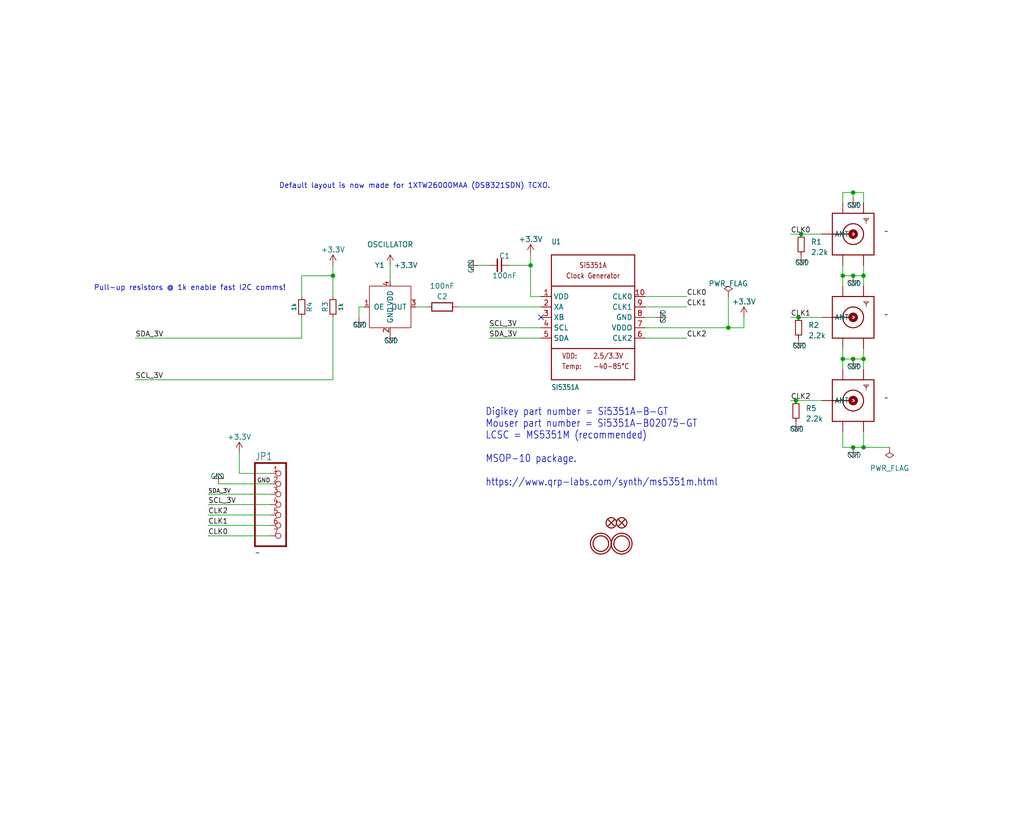
<source format=kicad_sch>
(kicad_sch (version 20230121) (generator eeschema)
  (paper "User" 250.012 200)
  (title_block (date "2023-07-29") (rev "v3.01"))
  (lib_symbols
    (symbol "Adafruit Si5351A-eagle-import:FIDUCIAL{dblquote}{dblquote}"
      (symbol "FIDUCIAL{dblquote}{dblquote}_1_0"
        (polyline (pts (xy -0.762 0.762) (xy 0.762 -0.762)) (stroke (width 0.254)))
        (polyline (pts (xy 0.762 0.762) (xy -0.762 -0.762)) (stroke (width 0.254)))
        (circle (center 0 0) (radius 1.27) (stroke (width 0.254)))
      )
    )
    (symbol "Adafruit Si5351A-eagle-import:HEADER-1X7THICKER"
      (property "Reference" "JP" (at -6.35 10.795 0))
      (symbol "HEADER-1X7THICKER_1_0"
        (polyline (pts (xy -6.35 -10.16) (xy 1.27 -10.16)) (stroke (width 0.4064)))
        (polyline (pts (xy -6.35 10.16) (xy -6.35 -10.16)) (stroke (width 0.4064)))
        (polyline (pts (xy 1.27 -10.16) (xy 1.27 10.16)) (stroke (width 0.4064)))
        (polyline (pts (xy 1.27 10.16) (xy -6.35 10.16)) (stroke (width 0.4064)))
        (pin passive inverted (at -2.54 7.62 0) (length 2.54) (name "1") (number "1"))
        (pin passive inverted (at -2.54 5.08 0) (length 2.54) (name "2") (number "2"))
        (pin passive inverted (at -2.54 2.54 0) (length 2.54) (name "3") (number "3"))
        (pin passive inverted (at -2.54 0 0) (length 2.54) (name "4") (number "4"))
        (pin passive inverted (at -2.54 -2.54 0) (length 2.54) (name "5") (number "5"))
        (pin passive inverted (at -2.54 -5.08 0) (length 2.54) (name "6") (number "6"))
        (pin passive inverted (at -2.54 -7.62 0) (length 2.54) (name "7") (number "7"))
      )
    )
    (symbol "Adafruit Si5351A-eagle-import:MOUNTINGHOLE2.5"
      (symbol "MOUNTINGHOLE2.5_1_0"
        (circle (center 0 0) (radius 1.905) (stroke (width 0.254)))
        (circle (center 0 0) (radius 2.54) (stroke (width 0.254)))
      )
    )
    (symbol "Adafruit Si5351A-eagle-import:SI5351A"
      (property "Reference" "U" (at -10.16 17.78 0))
      (symbol "SI5351A_1_0"
        (polyline (pts (xy -10.16 -15.24) (xy 10.16 -15.24)) (stroke (width 0.254)))
        (polyline (pts (xy -10.16 -7.62) (xy -10.16 -15.24)) (stroke (width 0.254)))
        (polyline (pts (xy -10.16 -7.62) (xy -10.16 7.62)) (stroke (width 0.254)))
        (polyline (pts (xy -10.16 7.62) (xy -10.16 15.24)) (stroke (width 0.254)))
        (polyline (pts (xy -10.16 7.62) (xy 10.16 7.62)) (stroke (width 0.254)))
        (polyline (pts (xy -10.16 15.24) (xy 10.16 15.24)) (stroke (width 0.254)))
        (polyline (pts (xy 10.16 -15.24) (xy 10.16 -7.62)) (stroke (width 0.254)))
        (polyline (pts (xy 10.16 -7.62) (xy -10.16 -7.62)) (stroke (width 0.254)))
        (polyline (pts (xy 10.16 7.62) (xy 10.16 -7.62)) (stroke (width 0.254)))
        (polyline (pts (xy 10.16 15.24) (xy 10.16 7.62)) (stroke (width 0.254)))
        (text "-40-85°C" (at 0 -12.7 0) (effects (font (size 1.27 1.0795)) (justify left bottom)))
        (text "2.5/3.3V" (at 0 -10.16 0) (effects (font (size 1.27 1.0795)) (justify left bottom)))
        (text "Clock Generator" (at 0 10.16 0) (effects (font (size 1.27 1.0795))))
        (text "Si5351A" (at 0 12.7 0) (effects (font (size 1.27 1.0795))))
        (text "Temp:" (at -7.62 -12.7 0) (effects (font (size 1.27 1.0795)) (justify left bottom)))
        (text "VDD:" (at -7.62 -10.16 0) (effects (font (size 1.27 1.0795)) (justify left bottom)))
        (pin power_in line (at -12.7 5.08 0) (length 2.54) (name "VDD") (number "1"))
        (pin output line (at 12.7 5.08 180) (length 2.54) (name "CLK0") (number "10"))
        (pin input line (at -12.7 2.54 0) (length 2.54) (name "XA") (number "2"))
        (pin input line (at -12.7 0 0) (length 2.54) (name "XB") (number "3"))
        (pin input line (at -12.7 -2.54 0) (length 2.54) (name "SCL") (number "4"))
        (pin bidirectional line (at -12.7 -5.08 0) (length 2.54) (name "SDA") (number "5"))
        (pin output line (at 12.7 -5.08 180) (length 2.54) (name "CLK2") (number "6"))
        (pin power_in line (at 12.7 -2.54 180) (length 2.54) (name "VDDO") (number "7"))
        (pin power_in line (at 12.7 0 180) (length 2.54) (name "GND") (number "8"))
        (pin output line (at 12.7 2.54 180) (length 2.54) (name "CLK1") (number "9"))
      )
    )
    (symbol "Adafruit Si5351A-eagle-import:SMACONNECTOR_EDGE"
      (property "Reference" "X" (at 7.62 2.54 0))
      (symbol "SMACONNECTOR_EDGE_1_0"
        (polyline (pts (xy -5.08 -5.08) (xy -5.08 0)) (stroke (width 0.254)))
        (polyline (pts (xy -5.08 0) (xy -5.08 5.08)) (stroke (width 0.254)))
        (polyline (pts (xy -5.08 0) (xy 0 0)) (stroke (width 0.254)))
        (polyline (pts (xy -5.08 5.08) (xy 5.08 5.08)) (stroke (width 0.254)))
        (polyline (pts (xy 2.54 3.81) (xy 3.175 3.81)) (stroke (width 0.127)))
        (polyline (pts (xy 3.175 3.175) (xy 2.54 3.81)) (stroke (width 0.127)))
        (polyline (pts (xy 3.175 3.81) (xy 3.175 2.54)) (stroke (width 0.127)))
        (polyline (pts (xy 3.175 3.81) (xy 3.81 3.81)) (stroke (width 0.127)))
        (polyline (pts (xy 3.81 3.81) (xy 3.175 3.175)) (stroke (width 0.127)))
        (polyline (pts (xy 5.08 -5.08) (xy -5.08 -5.08)) (stroke (width 0.254)))
        (polyline (pts (xy 5.08 5.08) (xy 5.08 -5.08)) (stroke (width 0.254)))
        (circle (center 0 0) (radius 0.3592) (stroke (width 0.8128)))
        (circle (center 0 0) (radius 2.54) (stroke (width 0.254)))
        (pin power_in line (at 2.54 -7.62 90) (length 2.54) (name "GND4") (number "GND@1"))
        (pin power_in line (at -2.54 -7.62 90) (length 2.54) (name "GND3") (number "GND@2"))
        (pin power_in line (at 2.54 7.62 270) (length 2.54) (name "GND2") (number "GND@3"))
        (pin power_in line (at -2.54 7.62 270) (length 2.54) (name "GND1") (number "GND@4"))
        (pin bidirectional line (at -7.62 0 0) (length 2.54) (name "ANT") (number "P"))
      )
    )
    (symbol "Device:C_Small" (pin_numbers hide) (pin_names (offset 0.254) hide)
      (property "Reference" "C" (at 0.254 1.778 0))
      (property "Value" "C_Small" (at 0.254 -2.032 0))
      (symbol "C_Small_0_1"
        (polyline (pts (xy -1.524 -0.508) (xy 1.524 -0.508)) (stroke (width 0.3302)))
        (polyline (pts (xy -1.524 0.508) (xy 1.524 0.508)) (stroke (width 0.3048)))
      )
      (symbol "C_Small_1_1"
        (pin passive line (at 0 2.54 270) (length 2.032) (name "~") (number "1"))
        (pin passive line (at 0 -2.54 90) (length 2.032) (name "~") (number "2"))
      )
    )
    (symbol "Device:R" (pin_numbers hide) (pin_names (offset 0))
      (property "Reference" "R" (at 2.032 0 90))
      (property "Value" "R" (at 0 0 90))
      (symbol "R_0_1"
        (rectangle (start -1.016 -2.54) (end 1.016 2.54) (stroke (width 0.254)))
      )
      (symbol "R_1_1"
        (pin passive line (at 0 3.81 270) (length 1.27) (name "~") (number "1"))
        (pin passive line (at 0 -3.81 90) (length 1.27) (name "~") (number "2"))
      )
    )
    (symbol "Device:R_Small" (pin_numbers hide) (pin_names (offset 0.254) hide)
      (property "Reference" "R" (at 0.762 0.508 0))
      (property "Value" "R_Small" (at 0.762 -1.016 0))
      (symbol "R_Small_0_1"
        (rectangle (start -0.762 1.778) (end 0.762 -1.778) (stroke (width 0.2032)))
      )
      (symbol "R_Small_1_1"
        (pin passive line (at 0 2.54 270) (length 0.762) (name "~") (number "1"))
        (pin passive line (at 0 -2.54 90) (length 0.762) (name "~") (number "2"))
      )
    )
    (symbol "EtherkitKicadLibrary:OSCILLATOR" (pin_names (offset 1.016))
      (property "Reference" "U" (at -12.192 8.509 0))
      (property "Value" "OSCILLATOR" (at -7.747 6.477 0))
      (symbol "OSCILLATOR_0_1"
        (rectangle (start -5.08 5.08) (end 5.08 -5.08))
      )
      (symbol "OSCILLATOR_1_1"
        (pin passive line (at -6.35 0 0) (length 1.27) (name "OE") (number "1"))
        (pin passive line (at 0 -6.35 90) (length 1.27) (name "GND") (number "2"))
        (pin passive line (at 6.35 0 180) (length 1.27) (name "OUT") (number "3"))
        (pin passive line (at 0 6.35 270) (length 1.27) (name "VDD") (number "4"))
      )
    )
    (symbol "power:+3.3V" (power) (pin_names (offset 0))
      (property "Value" "+3.3V" (at 0 3.556 0))
      (symbol "+3.3V_0_1"
        (polyline (pts (xy -0.762 1.27) (xy 0 2.54)))
        (polyline (pts (xy 0 0) (xy 0 2.54)))
        (polyline (pts (xy 0 2.54) (xy 0.762 1.27)))
      )
      (symbol "+3.3V_1_1"
        (pin power_in line (at 0 0 90) (length 0) hide (name "+3.3V") (number "1"))
      )
    )
    (symbol "power:GND" (power) (pin_names (offset 0))
      (property "Value" "GND" (at 0 -3.81 0))
      (symbol "GND_0_1"
        (polyline (pts (xy 0 0) (xy 0 -1.27) (xy 1.27 -1.27) (xy 0 -2.54) (xy -1.27 -1.27) (xy 0 -1.27)))
      )
      (symbol "GND_1_1"
        (pin power_in line (at 0 0 270) (length 0) hide (name "GND") (number "1"))
      )
    )
    (symbol "power:PWR_FLAG" (power) (pin_numbers hide) (pin_names (offset 0) hide)
      (property "Value" "PWR_FLAG" (at 0 3.81 0))
      (symbol "PWR_FLAG_0_0"
        (pin power_out line (at 0 0 90) (length 0) (name "pwr") (number "1"))
      )
      (symbol "PWR_FLAG_0_1"
        (polyline (pts (xy 0 0) (xy 0 1.27) (xy -1.016 1.905) (xy 0 2.54) (xy 1.016 1.905) (xy 0 1.27)))
      )
    )
  )
  (junction (at 208.28 46.99))
  (junction (at 210.82 67.31))
  (junction (at 208.28 67.31))
  (junction (at 208.28 109.22))
  (junction (at 81.28 67.31))
  (junction (at 205.74 87.63))
  (junction (at 210.82 87.63))
  (junction (at 210.82 109.22))
  (junction (at 194.31 97.79))
  (junction (at 194.945 77.47))
  (junction (at 177.8 80.01))
  (junction (at 208.28 87.63))
  (junction (at 195.58 57.15))
  (junction (at 129.54 64.77))
  (junction (at 205.74 67.31))
  (no_connect (at 132.08 77.47))
  (wire (pts (xy 81.28 77.47) (xy 81.28 92.71)))
  (wire (pts (xy 124.46 64.77) (xy 129.54 64.77)))
  (wire (pts (xy 205.74 67.31) (xy 208.28 67.31)))
  (wire (pts (xy 210.82 85.09) (xy 210.82 87.63)))
  (wire (pts (xy 205.74 109.22) (xy 208.28 109.22)))
  (wire (pts (xy 73.66 67.31) (xy 81.28 67.31)))
  (wire (pts (xy 210.82 64.77) (xy 210.82 67.31)))
  (wire (pts (xy 205.74 46.99) (xy 208.28 46.99)))
  (wire (pts (xy 205.74 64.77) (xy 205.74 67.31)))
  (wire (pts (xy 50.8 123.19) (xy 66.04 123.19)))
  (wire (pts (xy 73.66 67.31) (xy 73.66 72.39)))
  (wire (pts (xy 194.945 77.47) (xy 193.04 77.47)))
  (wire (pts (xy 210.82 67.31) (xy 210.82 69.85)))
  (wire (pts (xy 177.8 72.39) (xy 177.8 80.01)))
  (wire (pts (xy 157.48 80.01) (xy 177.8 80.01)))
  (wire (pts (xy 208.28 46.99) (xy 208.28 48.26)))
  (wire (pts (xy 58.42 110.49) (xy 58.42 115.57)))
  (wire (pts (xy 132.08 82.55) (xy 119.38 82.55)))
  (wire (pts (xy 129.54 62.23) (xy 129.54 64.77)))
  (wire (pts (xy 119.38 64.77) (xy 116.84 64.77)))
  (wire (pts (xy 210.82 87.63) (xy 210.82 90.17)))
  (wire (pts (xy 208.28 67.31) (xy 210.82 67.31)))
  (wire (pts (xy 111.76 74.93) (xy 132.08 74.93)))
  (wire (pts (xy 81.28 67.31) (xy 81.28 64.77)))
  (wire (pts (xy 205.74 46.99) (xy 205.74 49.53)))
  (wire (pts (xy 205.74 85.09) (xy 205.74 87.63)))
  (wire (pts (xy 81.28 67.31) (xy 81.28 72.39)))
  (wire (pts (xy 194.31 97.79) (xy 193.04 97.79)))
  (wire (pts (xy 66.04 125.73) (xy 50.8 125.73)))
  (wire (pts (xy 66.04 128.27) (xy 50.8 128.27)))
  (wire (pts (xy 194.31 97.79) (xy 200.66 97.79)))
  (wire (pts (xy 205.74 105.41) (xy 205.74 109.22)))
  (wire (pts (xy 205.74 87.63) (xy 208.28 87.63)))
  (wire (pts (xy 53.34 118.11) (xy 66.04 118.11)))
  (wire (pts (xy 177.8 80.01) (xy 181.61 80.01)))
  (wire (pts (xy 33.02 82.55) (xy 73.66 82.55)))
  (wire (pts (xy 157.48 72.39) (xy 167.64 72.39)))
  (wire (pts (xy 210.82 105.41) (xy 210.82 109.22)))
  (wire (pts (xy 132.08 72.39) (xy 129.54 72.39)))
  (wire (pts (xy 50.8 120.65) (xy 66.04 120.65)))
  (wire (pts (xy 101.6 74.93) (xy 104.14 74.93)))
  (wire (pts (xy 87.63 77.47) (xy 87.63 74.93)))
  (wire (pts (xy 200.66 57.15) (xy 195.58 57.15)))
  (wire (pts (xy 210.82 109.22) (xy 217.17 109.22)))
  (wire (pts (xy 132.08 80.01) (xy 119.38 80.01)))
  (wire (pts (xy 208.28 46.99) (xy 210.82 46.99)))
  (wire (pts (xy 205.74 67.31) (xy 205.74 69.85)))
  (wire (pts (xy 208.28 87.63) (xy 210.82 87.63)))
  (wire (pts (xy 129.54 64.77) (xy 129.54 72.39)))
  (wire (pts (xy 157.48 82.55) (xy 167.64 82.55)))
  (wire (pts (xy 87.63 74.93) (xy 88.9 74.93)))
  (wire (pts (xy 33.02 92.71) (xy 81.28 92.71)))
  (wire (pts (xy 181.61 77.47) (xy 181.61 80.01)))
  (wire (pts (xy 210.82 46.99) (xy 210.82 49.53)))
  (wire (pts (xy 208.28 109.22) (xy 210.82 109.22)))
  (wire (pts (xy 195.58 57.15) (xy 193.04 57.15)))
  (wire (pts (xy 95.25 64.77) (xy 95.25 68.58)))
  (wire (pts (xy 157.48 77.47) (xy 160.02 77.47)))
  (wire (pts (xy 194.945 77.47) (xy 200.66 77.47)))
  (wire (pts (xy 205.74 87.63) (xy 205.74 90.17)))
  (wire (pts (xy 157.48 74.93) (xy 167.64 74.93)))
  (wire (pts (xy 73.66 77.47) (xy 73.66 82.55)))
  (wire (pts (xy 66.04 130.81) (xy 50.8 130.81)))
  (wire (pts (xy 66.04 115.57) (xy 58.42 115.57)))
  (text "Default layout is now made for 1XTW26000MAA (DSB321SDN) TCXO." (at 134.4168 46.2026 0) (effects (font (size 1.27 1.27)) (justify right bottom)))
  (text "Pull-up resistors @ 1k enable fast I2C comms!" (at 22.86 71.12 0) (effects (font (size 1.27 1.27)) (justify left bottom)))
  (text "Digikey part number = Si5351A-B-GT\nMouser part number = Si5351A-B02075-GT\nLCSC = MS5351M (recommended)\n\nMSOP-10 package.\n\nhttps://www.qrp-labs.com/synth/ms5351m.html" (at 118.491 118.872 0) (effects (font (size 1.778 1.5113)) (justify left bottom)))
  (label "SCL_3V" (at 33.02 92.71 0) (effects (font (size 1.2446 1.2446))))
  (label "GND" (at 66.04 118.11 180) (effects (font (size 1.016 1.016))))
  (label "SDA_3V" (at 119.38 82.55 0) (effects (font (size 1.2446 1.2446))))
  (label "CLK1" (at 193.04 77.47 0) (effects (font (size 1.2446 1.2446))))
  (label "SCL_3V" (at 50.8 123.19 0) (effects (font (size 1.2446 1.2446))))
  (label "CLK2" (at 50.8 125.73 0) (effects (font (size 1.2446 1.2446))))
  (label "CLK2" (at 193.04 97.79 0) (effects (font (size 1.2446 1.2446))))
  (label "CLK1" (at 50.8 128.27 0) (effects (font (size 1.2446 1.2446))))
  (label "SDA_3V" (at 50.8 120.65 0) (effects (font (size 1 1))))
  (label "CLK0" (at 50.8 130.81 0) (effects (font (size 1.2446 1.2446))))
  (label "SCL_3V" (at 119.38 80.01 0) (effects (font (size 1.2446 1.2446))))
  (label "CLK2" (at 167.64 82.55 0) (effects (font (size 1.2446 1.2446))))
  (label "CLK1" (at 167.64 74.93 0) (effects (font (size 1.2446 1.2446))))
  (label "CLK0" (at 167.64 72.39 0) (effects (font (size 1.2446 1.2446))))
  (label "SDA_3V" (at 33.02 82.55 0) (effects (font (size 1.2446 1.2446))))
  (label "CLK0" (at 193.04 57.15 0) (effects (font (size 1.2446 1.2446))))
  (symbol (lib_id "Adafruit Si5351A-eagle-import:HEADER-1X7THICKER") (at 68.58 123.19 0) (unit 1)
    (property "Reference" "JP1" (at 62.23 112.395 0) (effects (font (size 1.778 1.5113)) (justify left bottom)))
    (property "Value" "~" (at 62.23 135.89 0) (effects (font (size 1.778 1.5113)) (justify left bottom)))
    (property "Footprint" "Adafruit Si5351A:1X07_ROUND_76" (effects hide))
  )
  (symbol (lib_id "power:GND") (at 195.58 62.23 0) (unit 1)
    (property "Reference" "#U$01" (effects hide))
    (property "Value" "~" (at 194.056 64.77 0) (effects (font (size 1.27 1.0795)) (justify left bottom)))
    (property "Footprint" "Adafruit Si5351A:" (effects hide))
  )
  (symbol (lib_id "power:GND") (at 208.28 87.63 0) (unit 1)
    (property "Reference" "#U$07" (effects hide))
    (property "Value" "~" (at 206.756 90.17 0) (effects (font (size 1.27 1.0795)) (justify left bottom)))
    (property "Footprint" "Adafruit Si5351A:" (effects hide))
  )
  (symbol (lib_id "Device:R_Small") (at 194.945 80.01 180) (unit 1)
    (property "Reference" "R2" (at 197.3072 79.375 0) (effects (justify right)))
    (property "Value" "2.2k" (at 197.3072 81.915 0) (effects (justify right)))
    (property "Footprint" "Resistor_SMD:R_0805_2012Metric_Pad1.20x1.40mm_HandSolder" (effects hide))
  )
  (symbol (lib_id "Adafruit Si5351A-eagle-import:FIDUCIAL{dblquote}{dblquote}") (at 149.225 127.635 0) (unit 1)
    (property "Reference" "FID2" (effects hide))
    (property "Footprint" "Fiducial:Fiducial_1mm_Mask2mm" (effects hide))
  )
  (symbol (lib_id "Adafruit Si5351A-eagle-import:SI5351A") (at 144.78 77.47 0) (unit 1)
    (property "Reference" "U1" (at 134.62 59.69 0) (effects (font (size 1.27 1.0795)) (justify left bottom)))
    (property "Value" "SI5351A" (at 134.62 95.25 0) (effects (font (size 1.27 1.0795)) (justify left bottom)))
    (property "Footprint" "Package_SO:MSOP-10_3x3mm_P0.5mm" (effects hide))
  )
  (symbol (lib_id "power:+3.3V") (at 81.28 64.77 0) (unit 1)
    (property "Reference" "#PWR01" (effects hide))
    (property "Value" "+3.3V" (at 81.28 60.96 0))
  )
  (symbol (lib_id "Adafruit Si5351A-eagle-import:SMACONNECTOR_EDGE") (at 208.28 97.79 0) (unit 1)
    (property "Reference" "X3" (effects hide))
    (property "Value" "~" (at 215.9 97.79 0) (effects (font (size 1.27 1.0795)) (justify left bottom)))
    (property "Footprint" "footprints:SMA_EDGELAUNCH_Same" (effects hide))
  )
  (symbol (lib_id "Adafruit Si5351A-eagle-import:SMACONNECTOR_EDGE") (at 208.28 57.15 0) (unit 1)
    (property "Reference" "X1" (effects hide))
    (property "Value" "~" (at 215.9 57.15 0) (effects (font (size 1.27 1.0795)) (justify left bottom)))
    (property "Footprint" "footprints:SMA_EDGELAUNCH_Same" (effects hide))
  )
  (symbol (lib_id "Device:R_Small") (at 73.66 74.93 180) (unit 1)
    (property "Reference" "R4" (at 75.565 74.93 90))
    (property "Value" "1k" (at 71.755 74.93 90) (effects (font (size 1.016 1.016) bold)))
    (property "Footprint" "Resistor_SMD:R_0805_2012Metric_Pad1.20x1.40mm_HandSolder" (effects hide))
  )
  (symbol (lib_id "Adafruit Si5351A-eagle-import:MOUNTINGHOLE2.5") (at 151.765 132.715 0) (unit 1)
    (property "Reference" "H2" (effects hide))
    (property "Value" "MOUNTINGHOLE2.5" (effects hide))
    (property "Footprint" "MountingHole:MountingHole_2.5mm" (effects hide))
  )
  (symbol (lib_id "power:+3.3V") (at 181.61 77.47 0) (unit 1)
    (property "Reference" "#PWR03" (effects hide))
    (property "Value" "+3.3V" (at 181.61 73.66 0))
  )
  (symbol (lib_id "power:GND") (at 160.02 77.47 90) (unit 1)
    (property "Reference" "#U$03" (effects hide))
    (property "Value" "~" (at 162.56 78.994 0) (effects (font (size 1.27 1.0795)) (justify left bottom)))
    (property "Footprint" "Adafruit Si5351A:" (effects hide))
  )
  (symbol (lib_id "Device:R_Small") (at 195.58 59.69 180) (unit 1)
    (property "Reference" "R1" (at 197.9422 59.055 0) (effects (justify right)))
    (property "Value" "2.2k" (at 197.9422 61.595 0) (effects (justify right)))
    (property "Footprint" "Resistor_SMD:R_0805_2012Metric_Pad1.20x1.40mm_HandSolder" (effects hide))
  )
  (symbol (lib_id "power:+3.3V") (at 58.42 110.49 0) (unit 1)
    (property "Reference" "#PWR0101" (effects hide))
    (property "Value" "+3.3V" (at 58.42 106.68 0))
  )
  (symbol (lib_id "EtherkitKicadLibrary:OSCILLATOR") (at 95.25 74.93 0) (unit 1)
    (property "Reference" "Y1" (at 92.71 64.77 0))
    (property "Value" "OSCILLATOR" (at 95.25 59.69 0))
    (property "Footprint" "footprints:OSC-SMD_4P-L3.2-W2.5-BL_1XTV" (effects hide))
  )
  (symbol (lib_id "power:GND") (at 53.34 118.11 180) (unit 1)
    (property "Reference" "#U$021" (effects hide))
    (property "Value" "~" (at 54.864 115.57 0) (effects (font (size 1.27 1.0795)) (justify left bottom)))
    (property "Footprint" "Adafruit Si5351A:" (effects hide))
  )
  (symbol (lib_id "power:GND") (at 208.28 48.26 0) (unit 1)
    (property "Reference" "#U$09" (effects hide))
    (property "Value" "~" (at 206.756 50.8 0) (effects (font (size 1.27 1.0795)) (justify left bottom)))
    (property "Footprint" "Adafruit Si5351A:" (effects hide))
  )
  (symbol (lib_id "Device:C_Small") (at 121.92 64.77 270) (unit 1)
    (property "Reference" "C1" (at 123.17 62.48 90))
    (property "Value" "100nF" (at 123.19 67.31 90))
    (property "Footprint" "Capacitor_SMD:C_0805_2012Metric_Pad1.18x1.45mm_HandSolder" (effects hide))
  )
  (symbol (lib_id "Device:R_Small") (at 194.31 100.33 180) (unit 1)
    (property "Reference" "R5" (at 196.6722 99.695 0) (effects (justify right)))
    (property "Value" "2.2k" (at 196.6722 102.235 0) (effects (justify right)))
    (property "Footprint" "Resistor_SMD:R_0805_2012Metric_Pad1.20x1.40mm_HandSolder" (effects hide))
  )
  (symbol (lib_id "Adafruit Si5351A-eagle-import:FIDUCIAL{dblquote}{dblquote}") (at 151.765 127.635 0) (unit 1)
    (property "Reference" "FID1" (effects hide))
    (property "Footprint" "Fiducial:Fiducial_1mm_Mask2mm" (effects hide))
  )
  (symbol (lib_id "Device:R") (at 107.95 74.93 90) (unit 1)
    (property "Reference" "C2" (at 107.95 72.39 90))
    (property "Value" "100nF" (at 107.9246 69.8246 90))
    (property "Footprint" "Capacitor_SMD:C_0805_2012Metric" (effects hide))
  )
  (symbol (lib_id "power:+3.3V") (at 95.25 64.77 0) (unit 1)
    (property "Reference" "#PWR0102" (effects hide))
    (property "Value" "+3.3V" (at 99.06 64.77 0))
  )
  (symbol (lib_id "power:PWR_FLAG") (at 217.17 109.22 180) (unit 1)
    (property "Reference" "#FLG01" (effects hide))
    (property "Value" "PWR_FLAG" (at 217.17 114.3 0))
  )
  (symbol (lib_id "power:GND") (at 87.63 77.47 0) (unit 1)
    (property "Reference" "#U$0102" (effects hide))
    (property "Value" "~" (at 86.106 80.01 0) (effects (font (size 1.27 1.0795)) (justify left bottom)))
    (property "Footprint" "Adafruit Si5351A:" (effects hide))
  )
  (symbol (lib_id "power:GND") (at 194.945 82.55 0) (unit 1)
    (property "Reference" "#U$02" (effects hide))
    (property "Value" "~" (at 193.421 85.09 0) (effects (font (size 1.27 1.0795)) (justify left bottom)))
    (property "Footprint" "Adafruit Si5351A:" (effects hide))
  )
  (symbol (lib_id "power:GND") (at 208.28 109.22 0) (unit 1)
    (property "Reference" "#U$06" (effects hide))
    (property "Value" "~" (at 206.756 111.76 0) (effects (font (size 1.27 1.0795)) (justify left bottom)))
    (property "Footprint" "Adafruit Si5351A:" (effects hide))
  )
  (symbol (lib_id "power:GND") (at 116.84 64.77 270) (unit 1)
    (property "Reference" "#U$0101" (effects hide))
    (property "Value" "~" (at 114.3 63.246 0) (effects (font (size 1.27 1.0795)) (justify left bottom)))
    (property "Footprint" "Adafruit Si5351A:" (effects hide))
  )
  (symbol (lib_id "Device:R_Small") (at 81.28 74.93 180) (unit 1)
    (property "Reference" "R3" (at 79.375 74.93 90))
    (property "Value" "1k" (at 83.185 74.93 90) (effects (font (size 1.016 1.016) bold)))
    (property "Footprint" "Resistor_SMD:R_0805_2012Metric_Pad1.20x1.40mm_HandSolder" (effects hide))
  )
  (symbol (lib_id "power:GND") (at 95.25 81.28 0) (unit 1)
    (property "Reference" "#U$04" (effects hide))
    (property "Value" "~" (at 93.726 83.82 0) (effects (font (size 1.27 1.0795)) (justify left bottom)))
    (property "Footprint" "Adafruit Si5351A:" (effects hide))
  )
  (symbol (lib_id "power:PWR_FLAG") (at 177.8 72.39 0) (unit 1)
    (property "Reference" "#FLG0101" (effects hide))
    (property "Value" "PWR_FLAG" (at 177.8 69.215 0))
  )
  (symbol (lib_id "Adafruit Si5351A-eagle-import:SMACONNECTOR_EDGE") (at 208.28 77.47 0) (unit 1)
    (property "Reference" "X2" (effects hide))
    (property "Value" "~" (at 215.9 77.47 0) (effects (font (size 1.27 1.0795)) (justify left bottom)))
    (property "Footprint" "footprints:SMA_EDGELAUNCH_Same" (effects hide))
  )
  (symbol (lib_id "power:GND") (at 208.28 67.31 0) (unit 1)
    (property "Reference" "#U$08" (effects hide))
    (property "Value" "~" (at 206.756 69.85 0) (effects (font (size 1.27 1.0795)) (justify left bottom)))
    (property "Footprint" "Adafruit Si5351A:" (effects hide))
  )
  (symbol (lib_id "power:GND") (at 194.31 102.87 0) (unit 1)
    (property "Reference" "#U$05" (effects hide))
    (property "Value" "~" (at 192.786 105.41 0) (effects (font (size 1.27 1.0795)) (justify left bottom)))
    (property "Footprint" "Adafruit Si5351A:" (effects hide))
  )
  (symbol (lib_id "power:+3.3V") (at 129.54 62.23 0) (unit 1)
    (property "Reference" "#PWR02" (effects hide))
    (property "Value" "+3.3V" (at 129.54 58.42 0))
  )
  (symbol (lib_id "Adafruit Si5351A-eagle-import:MOUNTINGHOLE2.5") (at 146.685 132.715 0) (unit 1)
    (property "Reference" "H1" (effects hide))
    (property "Value" "MOUNTINGHOLE2.5" (effects hide))
    (property "Footprint" "MountingHole:MountingHole_2.5mm" (effects hide))
  )
)
</source>
